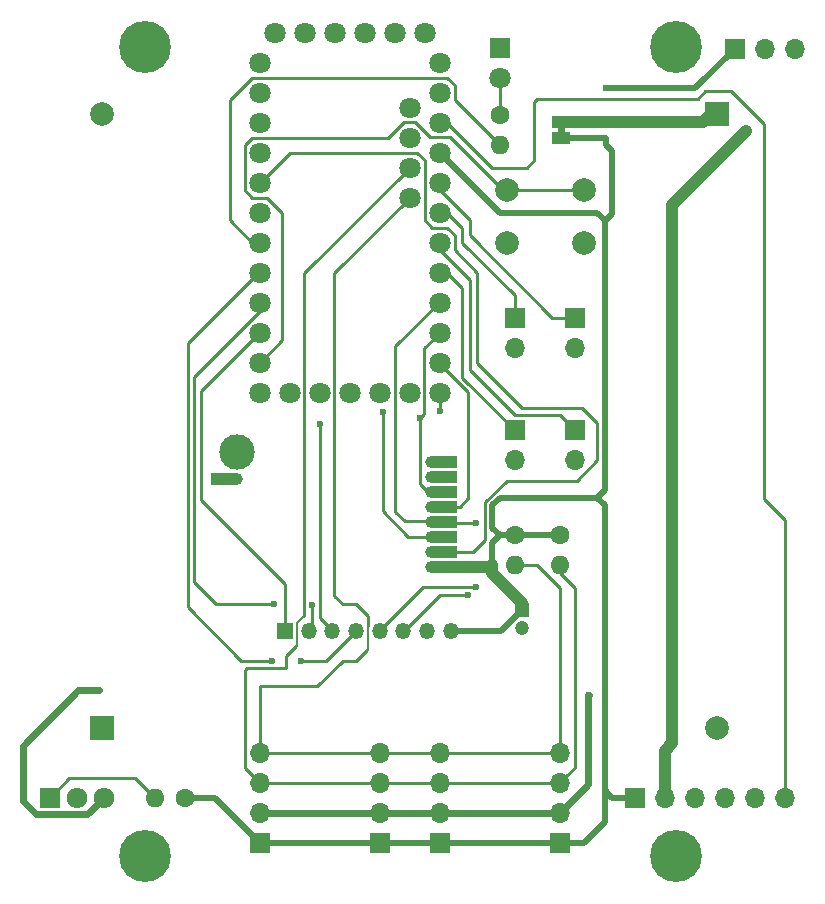
<source format=gbr>
%TF.GenerationSoftware,KiCad,Pcbnew,8.0.5-8.0.5-0~ubuntu22.04.1*%
%TF.CreationDate,2024-09-30T16:19:24+02:00*%
%TF.ProjectId,HB-UNI-SEN-BATT_E07-868MS10_FUEL4EP,48422d55-4e49-42d5-9345-4e2d42415454,1.3*%
%TF.SameCoordinates,Original*%
%TF.FileFunction,Copper,L1,Top*%
%TF.FilePolarity,Positive*%
%FSLAX46Y46*%
G04 Gerber Fmt 4.6, Leading zero omitted, Abs format (unit mm)*
G04 Created by KiCad (PCBNEW 8.0.5-8.0.5-0~ubuntu22.04.1) date 2024-09-30 16:19:24*
%MOMM*%
%LPD*%
G01*
G04 APERTURE LIST*
%TA.AperFunction,EtchedComponent*%
%ADD10C,0.000000*%
%TD*%
%TA.AperFunction,ComponentPad*%
%ADD11R,1.800000X1.800000*%
%TD*%
%TA.AperFunction,ComponentPad*%
%ADD12C,1.800000*%
%TD*%
%TA.AperFunction,ComponentPad*%
%ADD13R,1.700000X1.700000*%
%TD*%
%TA.AperFunction,ComponentPad*%
%ADD14O,1.700000X1.700000*%
%TD*%
%TA.AperFunction,ComponentPad*%
%ADD15C,2.000000*%
%TD*%
%TA.AperFunction,ComponentPad*%
%ADD16R,2.000000X2.000000*%
%TD*%
%TA.AperFunction,ComponentPad*%
%ADD17R,1.200000X1.200000*%
%TD*%
%TA.AperFunction,ComponentPad*%
%ADD18C,1.200000*%
%TD*%
%TA.AperFunction,ComponentPad*%
%ADD19C,1.600000*%
%TD*%
%TA.AperFunction,ComponentPad*%
%ADD20O,1.600000X1.600000*%
%TD*%
%TA.AperFunction,ComponentPad*%
%ADD21R,1.717500X1.800000*%
%TD*%
%TA.AperFunction,ComponentPad*%
%ADD22O,1.717500X1.800000*%
%TD*%
%TA.AperFunction,SMDPad,CuDef*%
%ADD23R,2.170000X1.000000*%
%TD*%
%TA.AperFunction,ComponentPad*%
%ADD24C,1.000000*%
%TD*%
%TA.AperFunction,ComponentPad*%
%ADD25C,3.000000*%
%TD*%
%TA.AperFunction,SMDPad,CuDef*%
%ADD26R,1.500000X1.000000*%
%TD*%
%TA.AperFunction,ComponentPad*%
%ADD27C,4.400000*%
%TD*%
%TA.AperFunction,ComponentPad*%
%ADD28C,0.700000*%
%TD*%
%TA.AperFunction,ComponentPad*%
%ADD29R,1.350000X1.350000*%
%TD*%
%TA.AperFunction,ComponentPad*%
%ADD30O,1.350000X1.350000*%
%TD*%
%TA.AperFunction,ViaPad*%
%ADD31C,0.600000*%
%TD*%
%TA.AperFunction,ViaPad*%
%ADD32C,1.000000*%
%TD*%
%TA.AperFunction,Conductor*%
%ADD33C,0.600000*%
%TD*%
%TA.AperFunction,Conductor*%
%ADD34C,0.250000*%
%TD*%
%TA.AperFunction,Conductor*%
%ADD35C,0.200000*%
%TD*%
%TA.AperFunction,Conductor*%
%ADD36C,0.500000*%
%TD*%
%TA.AperFunction,Conductor*%
%ADD37C,1.000000*%
%TD*%
G04 APERTURE END LIST*
D10*
%TA.AperFunction,EtchedComponent*%
%TO.C,JP2*%
G36*
X50557000Y64500000D02*
G01*
X49957000Y64500000D01*
X49957000Y65000000D01*
X50557000Y65000000D01*
X50557000Y64500000D01*
G37*
%TD.AperFunction*%
%TD*%
D11*
%TO.P,D1,1,K*%
%TO.N,GND*%
X45050000Y71720000D03*
D12*
%TO.P,D1,2,A*%
%TO.N,Net-(D1-A)*%
X45050000Y69180000D03*
%TD*%
D13*
%TO.P,J1,1,Pin_1*%
%TO.N,/A0*%
X46320000Y39335000D03*
D14*
%TO.P,J1,2,Pin_2*%
%TO.N,GND*%
X46320000Y36795000D03*
%TD*%
D13*
%TO.P,J2,1,Pin_1*%
%TO.N,/A1*%
X51400000Y39335000D03*
D14*
%TO.P,J2,2,Pin_2*%
%TO.N,GND*%
X51400000Y36795000D03*
%TD*%
D13*
%TO.P,J7,1,Pin_1*%
%TO.N,VCC*%
X34890000Y4410000D03*
D14*
%TO.P,J7,2,Pin_2*%
%TO.N,GND*%
X34890000Y6950000D03*
%TO.P,J7,3,Pin_3*%
%TO.N,/SCL*%
X34890000Y9490000D03*
%TO.P,J7,4,Pin_4*%
%TO.N,/SDA*%
X34890000Y12030000D03*
%TD*%
D15*
%TO.P,BT1,2,-*%
%TO.N,/conBAT*%
X63490000Y14150000D03*
D16*
%TO.P,BT1,1,+*%
%TO.N,/plusBAT*%
X63490000Y66140000D03*
%TD*%
D13*
%TO.P,J3,1,Pin_1*%
%TO.N,/A2*%
X46320000Y48860000D03*
D14*
%TO.P,J3,2,Pin_2*%
%TO.N,GND*%
X46320000Y46320000D03*
%TD*%
D13*
%TO.P,J4,1,Pin_1*%
%TO.N,/A3*%
X51400000Y48860000D03*
D14*
%TO.P,J4,2,Pin_2*%
%TO.N,GND*%
X51400000Y46320000D03*
%TD*%
D13*
%TO.P,J5,1,Pin_1*%
%TO.N,VCC*%
X56480000Y8220000D03*
D14*
%TO.P,J5,2,Pin_2*%
%TO.N,/minusBAT*%
X59020000Y8220000D03*
%TO.P,J5,3,Pin_3*%
%TO.N,/MOSI*%
X61560000Y8220000D03*
%TO.P,J5,4,Pin_4*%
%TO.N,/SCK*%
X64100000Y8220000D03*
%TO.P,J5,5,Pin_5*%
%TO.N,/MISO*%
X66640000Y8220000D03*
%TO.P,J5,6,Pin_6*%
%TO.N,/RSET*%
X69180000Y8220000D03*
%TD*%
D13*
%TO.P,J6,1,Pin_1*%
%TO.N,VCC*%
X24730000Y4410000D03*
D14*
%TO.P,J6,2,Pin_2*%
%TO.N,GND*%
X24730000Y6950000D03*
%TO.P,J6,3,Pin_3*%
%TO.N,/SCL*%
X24730000Y9490000D03*
%TO.P,J6,4,Pin_4*%
%TO.N,/SDA*%
X24730000Y12030000D03*
%TD*%
D17*
%TO.P,C1,1*%
%TO.N,VCC*%
X46955000Y24095000D03*
D18*
%TO.P,C1,2*%
%TO.N,GND*%
X46955000Y22595000D03*
%TD*%
D19*
%TO.P,R4,1*%
%TO.N,VCC*%
X50130000Y30445000D03*
D20*
%TO.P,R4,2*%
%TO.N,/SCL*%
X50130000Y27905000D03*
%TD*%
D19*
%TO.P,R5,1*%
%TO.N,VCC*%
X46320000Y30445000D03*
D20*
%TO.P,R5,2*%
%TO.N,/SDA*%
X46320000Y27905000D03*
%TD*%
D19*
%TO.P,R1,1*%
%TO.N,Net-(D1-A)*%
X45050000Y66005000D03*
D20*
%TO.P,R1,2*%
%TO.N,Net-(Module2-PD4_4)*%
X45050000Y63465000D03*
%TD*%
D19*
%TO.P,R3,1*%
%TO.N,VCC*%
X18380000Y8220000D03*
D20*
%TO.P,R3,2*%
%TO.N,Net-(Q1-G)*%
X15840000Y8220000D03*
%TD*%
D21*
%TO.P,Q1,1,G*%
%TO.N,Net-(Q1-G)*%
X6950000Y8220000D03*
D22*
%TO.P,Q1,2,D*%
%TO.N,/minusBAT*%
X9240000Y8220000D03*
%TO.P,Q1,3,S*%
%TO.N,GND*%
X11530000Y8220000D03*
%TD*%
D13*
%TO.P,J9,1,Pin_1*%
%TO.N,VCC*%
X50130000Y4410000D03*
D14*
%TO.P,J9,2,Pin_2*%
%TO.N,GND*%
X50130000Y6950000D03*
%TO.P,J9,3,Pin_3*%
%TO.N,/SCL*%
X50130000Y9490000D03*
%TO.P,J9,4,Pin_4*%
%TO.N,/SDA*%
X50130000Y12030000D03*
%TD*%
D13*
%TO.P,J10,1,Pin_1*%
%TO.N,VCC*%
X64989000Y71656500D03*
D14*
%TO.P,J10,2,Pin_2*%
%TO.N,/plusBAT*%
X67529000Y71656500D03*
%TO.P,J10,3,Pin_3*%
%TO.N,/minusBAT*%
X70069000Y71656500D03*
%TD*%
D12*
%TO.P,Module2,1E,VCC*%
%TO.N,unconnected-(Module2-VCC-Pad1E)*%
X37430000Y66640000D03*
%TO.P,Module2,2E,GND*%
%TO.N,GND*%
X37430000Y64100000D03*
%TO.P,Module2,4B,PB1/T1*%
%TO.N,unconnected-(Module2-PB1{slash}T1-Pad4B)*%
X34890000Y42510000D03*
%TO.P,Module2,5B,PB0/T0*%
%TO.N,unconnected-(Module2-PB0{slash}T0-Pad5B)*%
X37430000Y42510000D03*
%TO.P,Module2,12A,PB4/~{SS}*%
%TO.N,/SS*%
X39970000Y42510000D03*
%TO.P,Module2,11A,PB5/MOSI*%
%TO.N,/MOSI*%
X39970000Y45050000D03*
%TO.P,Module2,10A,PB6/MISO*%
%TO.N,/MISO*%
X39970000Y47590000D03*
%TO.P,Module2,9A,PB7/SCK*%
%TO.N,/SCK*%
X39970000Y50130000D03*
%TO.P,Module2,8A,PA0/A0*%
%TO.N,/A0*%
X39970000Y52670000D03*
%TO.P,Module2,7A,PA1/A1*%
%TO.N,/A1*%
X39970000Y55210000D03*
%TO.P,Module2,6A,PB3/A2*%
%TO.N,/A2*%
X39970000Y57750000D03*
%TO.P,Module2,5A,PB2/A3*%
%TO.N,/A3*%
X39970000Y60290000D03*
%TO.P,Module2,4A,VCC*%
%TO.N,VCC*%
X39970000Y62830000D03*
%TO.P,Module2,3A,RST*%
%TO.N,/RSET*%
X39970000Y65370000D03*
%TO.P,Module2,2A,GND*%
%TO.N,GND*%
X39970000Y67910000D03*
%TO.P,Module2,1A,VCC*%
%TO.N,unconnected-(Module2-VCC-Pad1A)*%
X39970000Y70450000D03*
%TO.P,Module2,1C,PD1/TXD0*%
%TO.N,unconnected-(Module2-PD1{slash}TXD0-Pad1C)*%
X24730000Y70450000D03*
%TO.P,Module2,2C,PD0/RXD0*%
%TO.N,unconnected-(Module2-PD0{slash}RXD0-Pad2C)*%
X24730000Y67910000D03*
%TO.P,Module2,3C,RST*%
%TO.N,unconnected-(Module2-RST-Pad3C)*%
X24730000Y65370000D03*
%TO.P,Module2,4C,GND*%
%TO.N,GND*%
X24730000Y62830000D03*
%TO.P,Module2,5C,PD2_2*%
%TO.N,/D2*%
X24730000Y60290000D03*
%TO.P,Module2,6C,PD3_3*%
%TO.N,unconnected-(Module2-PD3_3-Pad6C)*%
X24730000Y57750000D03*
%TO.P,Module2,7C,PD4_4*%
%TO.N,Net-(Module2-PD4_4)*%
X24730000Y55210000D03*
%TO.P,Module2,8C,PD5_5*%
%TO.N,/D5*%
X24730000Y52670000D03*
%TO.P,Module2,9C,PD6_6*%
%TO.N,/D6*%
X24730000Y50130000D03*
%TO.P,Module2,10C,PD7_7*%
%TO.N,/D7*%
X24730000Y47590000D03*
%TO.P,Module2,11C,PC6_8L*%
%TO.N,/CONFIG*%
X24730000Y45050000D03*
%TO.P,Module2,12C,PC3_9/TMS*%
%TO.N,unconnected-(Module2-PC3_9{slash}TMS-Pad12C)*%
X24730000Y42510000D03*
%TO.P,Module2,4E,PC1/SDA*%
%TO.N,/SDA*%
X37430000Y59020000D03*
%TO.P,Module2,3E,PC0/SCL*%
%TO.N,/SCL*%
X37430000Y61560000D03*
%TO.P,Module2,3B,PC5/TDI*%
%TO.N,unconnected-(Module2-PC5{slash}TDI-Pad3B)*%
X32350000Y42510000D03*
%TO.P,Module2,2B,PC4/TD0*%
%TO.N,unconnected-(Module2-PC4{slash}TD0-Pad2B)*%
X29810000Y42510000D03*
%TO.P,Module2,1B,PC2/TCK*%
%TO.N,unconnected-(Module2-PC2{slash}TCK-Pad1B)*%
X27270000Y42510000D03*
%TO.P,Module2,1D,DTR*%
%TO.N,unconnected-(Module2-DTR-Pad1D)*%
X26000000Y72990000D03*
%TO.P,Module2,2D,PD1/TXD0*%
%TO.N,unconnected-(Module2-PD1{slash}TXD0-Pad2D)*%
X28540000Y72990000D03*
%TO.P,Module2,3D,PD0/RXD0*%
%TO.N,unconnected-(Module2-PD0{slash}RXD0-Pad3D)*%
X31080000Y72990000D03*
%TO.P,Module2,4D,VCC*%
%TO.N,unconnected-(Module2-VCC-Pad4D)*%
X33620000Y72990000D03*
%TO.P,Module2,5D,GND*%
%TO.N,unconnected-(Module2-GND-Pad5D)*%
X36160000Y72990000D03*
%TO.P,Module2,6D,GND*%
%TO.N,unconnected-(Module2-GND-Pad6D)*%
X38700000Y72990000D03*
%TD*%
D23*
%TO.P,Module1,1A,GND*%
%TO.N,GND*%
X21715000Y35250000D03*
D24*
X22800000Y35250000D03*
D23*
%TO.P,Module1,1C,VCC*%
%TO.N,VCC*%
X40345000Y27800000D03*
D24*
X39260000Y27800000D03*
D25*
%TO.P,Module1,2A,ANT*%
%TO.N,unconnected-(Module1-ANT-Pad2A)*%
X22800000Y37530000D03*
D23*
%TO.P,Module1,2C,GDO0*%
%TO.N,/D2*%
X40345000Y29070000D03*
D24*
X39260000Y29070000D03*
%TO.P,Module1,3C,~{CSN}*%
%TO.N,/SS*%
X39260000Y30340000D03*
D23*
X40345000Y30340000D03*
%TO.P,Module1,4C,SCK*%
%TO.N,/SCK*%
X40345000Y31610000D03*
D24*
X39260000Y31610000D03*
D23*
%TO.P,Module1,5C,MOSI*%
%TO.N,/MOSI*%
X40345000Y32880000D03*
D24*
X39260000Y32880000D03*
D23*
%TO.P,Module1,6C,MISO/GDO1*%
%TO.N,/MISO*%
X40345000Y34150000D03*
D24*
X39260000Y34150000D03*
D23*
%TO.P,Module1,7C,GDO2*%
%TO.N,unconnected-(Module1-GDO2-Pad7C)*%
X40345000Y35420000D03*
D24*
X39260000Y35420000D03*
D23*
%TO.P,Module1,8C,GND*%
%TO.N,GND*%
X40345000Y36690000D03*
D24*
X39260000Y36690000D03*
%TD*%
D26*
%TO.P,JP2,1,A*%
%TO.N,/plusBAT*%
X50257000Y65400000D03*
%TO.P,JP2,2,B*%
%TO.N,VCC*%
X50257000Y64100000D03*
%TD*%
D15*
%TO.P,SW1,1*%
%TO.N,/CONFIG*%
X45685000Y59655000D03*
X52185000Y59655000D03*
%TO.P,SW1,2*%
%TO.N,GND*%
X45685000Y55155000D03*
X52185000Y55155000D03*
%TD*%
D13*
%TO.P,J8,1,Pin_1*%
%TO.N,VCC*%
X39970000Y4410000D03*
D14*
%TO.P,J8,2,Pin_2*%
%TO.N,GND*%
X39970000Y6950000D03*
%TO.P,J8,3,Pin_3*%
%TO.N,/SCL*%
X39970000Y9490000D03*
%TO.P,J8,4,Pin_4*%
%TO.N,/SDA*%
X39970000Y12030000D03*
%TD*%
D27*
%TO.P,H2,1*%
%TO.N,N/C*%
X60000000Y71750000D03*
D28*
X61800000Y71750000D03*
X61272800Y70477200D03*
X60000000Y69950000D03*
X58727200Y70477200D03*
X58200000Y71750000D03*
X58727200Y73022800D03*
X60000000Y73550000D03*
X61272800Y73022800D03*
%TD*%
D27*
%TO.P,H4,1*%
%TO.N,N/C*%
X60000000Y3250000D03*
D28*
X61800000Y3250000D03*
X61272800Y1977200D03*
X60000000Y1450000D03*
X58727200Y1977200D03*
X58200000Y3250000D03*
X58727200Y4522800D03*
X60000000Y5050000D03*
X61272800Y4522800D03*
%TD*%
D27*
%TO.P,H1,1*%
%TO.N,N/C*%
X15000000Y71750000D03*
D28*
X16800000Y71750000D03*
X16272800Y70477200D03*
X15000000Y69950000D03*
X13727200Y70477200D03*
X13200000Y71750000D03*
X13727200Y73022800D03*
X15000000Y73550000D03*
X16272800Y73022800D03*
%TD*%
D27*
%TO.P,H3,1*%
%TO.N,N/C*%
X15000000Y3250000D03*
D28*
X16800000Y3250000D03*
X16272800Y1977200D03*
X15000000Y1450000D03*
X13727200Y1977200D03*
X13200000Y3250000D03*
X13727200Y4522800D03*
X15000000Y5050000D03*
X16272800Y4522800D03*
%TD*%
D29*
%TO.P,J11,1,Pin_1*%
%TO.N,/D7*%
X26901700Y22329700D03*
D30*
%TO.P,J11,2,Pin_2*%
%TO.N,/D6*%
X28901700Y22329700D03*
%TO.P,J11,3,Pin_3*%
%TO.N,/MISO*%
X30901700Y22329700D03*
%TO.P,J11,4,Pin_4*%
%TO.N,/D5*%
X32901700Y22329700D03*
%TO.P,J11,5,Pin_5*%
%TO.N,/SCK*%
X34901700Y22329700D03*
%TO.P,J11,6,Pin_6*%
%TO.N,/MOSI*%
X36901700Y22329700D03*
%TO.P,J11,7,Pin_7*%
%TO.N,GND*%
X38901700Y22329700D03*
%TO.P,J11,8,Pin_8*%
%TO.N,VCC*%
X40901700Y22329700D03*
%TD*%
D15*
%TO.P,BT2,2,-*%
%TO.N,/minusBAT*%
X11420000Y66090000D03*
D16*
%TO.P,BT2,1,+*%
%TO.N,/conBAT*%
X11420000Y14100000D03*
%TD*%
D31*
%TO.N,GND*%
X52619200Y16957600D03*
X11166400Y17313200D03*
%TO.N,/SS*%
X39970000Y40986002D03*
X35144000Y40922486D03*
%TO.N,/MOSI*%
X42340000Y25370000D03*
%TO.N,/SCK*%
X43070000Y26040000D03*
X43070000Y31510000D03*
%TO.N,/MISO*%
X38318999Y40350999D03*
X29873500Y39906500D03*
%TO.N,VCC*%
X54067000Y63655500D03*
X54067000Y68354500D03*
D32*
%TO.N,/minusBAT*%
X65954200Y64701360D03*
D31*
%TO.N,/D5*%
X25750000Y19810000D03*
X28200000Y19810000D03*
%TO.N,/D6*%
X29149600Y24577600D03*
X25936500Y24628400D03*
%TD*%
D33*
%TO.N,GND*%
X50130000Y6950000D02*
X52568400Y9388400D01*
X39970000Y6950000D02*
X50130000Y6950000D01*
X52568400Y16906800D02*
X52619200Y16957600D01*
X5810000Y6820000D02*
X4714800Y7915200D01*
X52568400Y9388400D02*
X52568400Y16906800D01*
X9388400Y17313200D02*
X11166400Y17313200D01*
X34890000Y6950000D02*
X39970000Y6950000D01*
X11530000Y8220000D02*
X10130000Y6820000D01*
X24730000Y6950000D02*
X34890000Y6950000D01*
X4714800Y12639600D02*
X9388400Y17313200D01*
X4714800Y7915200D02*
X4714800Y12639600D01*
X10130000Y6820000D02*
X5810000Y6820000D01*
D34*
%TO.N,Net-(D1-A)*%
X45050000Y66005000D02*
X45050000Y69180000D01*
%TO.N,/SS*%
X39970000Y42510000D02*
X39970000Y40986002D01*
X37330000Y30340000D02*
X35144000Y32526000D01*
X39260000Y30340000D02*
X37330000Y30340000D01*
X35144000Y32526000D02*
X35144000Y40922486D01*
%TO.N,/D2*%
X40605000Y56480000D02*
X39335000Y56480000D01*
X38700000Y57115000D02*
X38700000Y62195000D01*
X38700000Y62195000D02*
X38065000Y62830000D01*
X27270000Y62830000D02*
X24730000Y60290000D01*
X41240000Y55845000D02*
X40605000Y56480000D01*
X41240000Y54575000D02*
X43145000Y52670000D01*
X51565000Y35055000D02*
X53305000Y36795000D01*
X53305000Y36795000D02*
X53305000Y39970000D01*
X43145000Y45050000D02*
X46955000Y41240000D01*
X46955000Y41240000D02*
X52035000Y41240000D01*
X52035000Y41240000D02*
X53305000Y39970000D01*
X45671814Y35055000D02*
X43840000Y33223186D01*
X42831814Y29040000D02*
X43840000Y30048186D01*
X38065000Y62830000D02*
X27270000Y62830000D01*
X45671814Y35055000D02*
X51565000Y35055000D01*
X39335000Y56480000D02*
X38700000Y57115000D01*
X43840000Y33223186D02*
X43840000Y30048186D01*
X40740000Y29040000D02*
X42831814Y29040000D01*
X41240000Y55845000D02*
X41240000Y54575000D01*
X43145000Y52670000D02*
X43145000Y45050000D01*
%TO.N,/SCL*%
X34890000Y9490000D02*
X39970000Y9490000D01*
X39970000Y9490000D02*
X50130000Y9490000D01*
X51400000Y26000000D02*
X51400000Y10760000D01*
X50130000Y27270000D02*
X51400000Y26000000D01*
X50765000Y10125000D02*
X51400000Y10760000D01*
X26982799Y19184999D02*
X27003300Y19205500D01*
X28495001Y52625001D02*
X28495001Y23604001D01*
X27003300Y19205500D02*
X27003300Y20234200D01*
D35*
X27876701Y22985701D02*
X27876701Y21044101D01*
D34*
X23460000Y10760000D02*
X23460000Y19015000D01*
X27003300Y20234200D02*
X27813201Y21044101D01*
D35*
X28495001Y23604001D02*
X27876701Y22985701D01*
D34*
X24730000Y9490000D02*
X34890000Y9490000D01*
X24730000Y9490000D02*
X23460000Y10760000D01*
X50130000Y9490000D02*
X50765000Y10125000D01*
X23629999Y19184999D02*
X26982799Y19184999D01*
X37430000Y61560000D02*
X28495001Y52625001D01*
X23460000Y19015000D02*
X23629999Y19184999D01*
%TO.N,/SDA*%
X39970000Y12030000D02*
X50130000Y12030000D01*
X48225000Y27905000D02*
X50130000Y26000000D01*
X34890000Y12030000D02*
X39970000Y12030000D01*
X33876701Y22797701D02*
X33876701Y23622399D01*
X24730000Y12030000D02*
X34890000Y12030000D01*
X32909099Y24590001D02*
X31765001Y24590001D01*
X24730000Y17690000D02*
X24730000Y12030000D01*
X31765001Y24590001D02*
X31035001Y25320001D01*
X32893301Y19825001D02*
X33823200Y20754900D01*
X29630000Y17690000D02*
X24730000Y17690000D01*
X31765001Y19825001D02*
X32893301Y19825001D01*
X46320000Y27905000D02*
X48225000Y27905000D01*
X31035001Y25320001D02*
X31035001Y52625001D01*
X50130000Y12030000D02*
X50130000Y26000000D01*
X33876701Y23622399D02*
X32909099Y24590001D01*
D35*
X33876701Y22797701D02*
X33876701Y20808401D01*
X33876701Y20808401D02*
X33823200Y20754900D01*
D34*
X31765001Y19825001D02*
X29630000Y17690000D01*
X31035001Y52625001D02*
X37430000Y59020000D01*
%TO.N,/A0*%
X41875000Y43780000D02*
X46320000Y39335000D01*
X41875000Y51400000D02*
X41875000Y43780000D01*
X41875000Y51400000D02*
X40605000Y52670000D01*
%TO.N,/A1*%
X42510000Y44415000D02*
X46320000Y40605000D01*
X46320000Y40605000D02*
X50130000Y40605000D01*
X50130000Y40605000D02*
X51400000Y39335000D01*
X42510000Y52035000D02*
X39970000Y54575000D01*
X42510000Y52035000D02*
X42510000Y44415000D01*
%TO.N,/A2*%
X41875000Y55210000D02*
X46320000Y50765000D01*
X46320000Y50765000D02*
X46320000Y48860000D01*
X40605000Y57750000D02*
X41875000Y56480000D01*
X41875000Y56480000D02*
X41875000Y55210000D01*
%TO.N,/A3*%
X42510000Y57115000D02*
X39970000Y59655000D01*
X42510000Y55845000D02*
X49495000Y48860000D01*
X49495000Y48860000D02*
X51400000Y48860000D01*
X42510000Y57115000D02*
X42510000Y55845000D01*
%TO.N,/MOSI*%
X39975000Y25370000D02*
X36960100Y22355100D01*
X42340000Y25370000D02*
X39975000Y25370000D01*
X40345000Y32880000D02*
X41680000Y32880000D01*
X42410000Y33610000D02*
X42410000Y42608590D01*
X42410000Y42608590D02*
X39960000Y45058590D01*
X41680000Y32880000D02*
X42410000Y33610000D01*
%TO.N,/SCK*%
X37030000Y31630000D02*
X39240000Y31630000D01*
X43070000Y26040000D02*
X38625700Y26040000D01*
X43070000Y31510000D02*
X41050000Y31510000D01*
X38625700Y26040000D02*
X38524100Y26040000D01*
X36204999Y32455001D02*
X37030000Y31630000D01*
X36204999Y46454999D02*
X36204999Y32455001D01*
X38524100Y26040000D02*
X34991600Y22507500D01*
X36204999Y46454999D02*
X39880000Y50130000D01*
%TO.N,/MISO*%
X30965700Y22342400D02*
X29873500Y23434600D01*
X38318999Y34791001D02*
X38318999Y40350999D01*
X29873500Y23434600D02*
X29873500Y39906500D01*
X39970000Y47590000D02*
X38668999Y46288999D01*
X39010000Y34100000D02*
X38318999Y34791001D01*
X38668999Y46288999D02*
X38668999Y40700999D01*
X38668999Y40700999D02*
X38318999Y40350999D01*
%TO.N,/RSET*%
X64671500Y68037000D02*
X62449000Y68037000D01*
X69180000Y8220000D02*
X69180000Y31753100D01*
X61814000Y67402000D02*
X48225000Y67402000D01*
X47336000Y61560000D02*
X44415000Y61560000D01*
X67402000Y65306500D02*
X64671500Y68037000D01*
X48225000Y67402000D02*
X47971000Y67148000D01*
X47971000Y62195000D02*
X47336000Y61560000D01*
X67402000Y33531100D02*
X67402000Y65306500D01*
X62449000Y68037000D02*
X61814000Y67402000D01*
X69180000Y31753100D02*
X67402000Y33531100D01*
X44415000Y61560000D02*
X40605000Y65370000D01*
X47971000Y67148000D02*
X47971000Y62195000D01*
%TO.N,Net-(Q1-G)*%
X14189000Y9871000D02*
X8601000Y9871000D01*
X15840000Y8220000D02*
X14189000Y9871000D01*
X8601000Y9871000D02*
X6950000Y8220000D01*
D36*
%TO.N,VCC*%
X34890000Y4410000D02*
X39970000Y4410000D01*
X39970000Y4410000D02*
X50130000Y4410000D01*
X44415000Y32985000D02*
X45050000Y33620000D01*
X45050000Y33620000D02*
X53305000Y33620000D01*
X53940000Y8855000D02*
X53940000Y32985000D01*
X44415000Y31080000D02*
X44415000Y32985000D01*
X44415000Y31080000D02*
X45050000Y30445000D01*
X45050000Y30445000D02*
X44415000Y29810000D01*
X44415000Y29810000D02*
X44415000Y27905000D01*
X20920000Y8220000D02*
X24730000Y4410000D01*
X45050000Y57750000D02*
X39970000Y62830000D01*
X53940000Y57115000D02*
X53305000Y57750000D01*
X45050000Y57750000D02*
X53305000Y57750000D01*
X54575000Y8220000D02*
X56480000Y8220000D01*
D37*
X44415000Y27270000D02*
X44415000Y27905000D01*
D36*
X46955000Y24730000D02*
X46955000Y24095000D01*
X54067000Y64100000D02*
X54067000Y63655500D01*
X52160000Y4410000D02*
X50130000Y4410000D01*
X53940000Y57040000D02*
X53940000Y57115000D01*
X61623500Y68291000D02*
X54067000Y68291000D01*
X53305000Y33620000D02*
X53940000Y32985000D01*
X18380000Y8220000D02*
X20920000Y8220000D01*
X53940000Y6190000D02*
X52160000Y4410000D01*
D37*
X40345000Y27800000D02*
X44310000Y27800000D01*
D36*
X40901700Y22329700D02*
X45189700Y22329700D01*
X44310000Y27800000D02*
X44415000Y27905000D01*
X64989000Y71656500D02*
X61623500Y68291000D01*
X24730000Y4410000D02*
X34890000Y4410000D01*
X54067000Y68291000D02*
X54067000Y68354500D01*
X45050000Y30445000D02*
X46320000Y30445000D01*
X54575000Y57675000D02*
X53940000Y57040000D01*
X54575000Y63020500D02*
X54575000Y57675000D01*
X53940000Y8855000D02*
X53940000Y6190000D01*
X53940000Y34255000D02*
X53940000Y57040000D01*
X45189700Y22329700D02*
X46955000Y24095000D01*
X53940000Y8855000D02*
X54575000Y8220000D01*
X54067000Y63528500D02*
X54575000Y63020500D01*
X54067000Y64100000D02*
X54067000Y63528500D01*
X46320000Y30445000D02*
X50130000Y30445000D01*
X50257000Y64100000D02*
X54067000Y64100000D01*
D37*
X44415000Y27270000D02*
X46955000Y24730000D01*
D36*
X53305000Y33620000D02*
X53940000Y34255000D01*
D34*
%TO.N,Net-(Module2-PD4_4)*%
X41240000Y68545000D02*
X40605000Y69180000D01*
X45050000Y63465000D02*
X41240000Y67275000D01*
X24095000Y69180000D02*
X22190000Y67275000D01*
X40605000Y69180000D02*
X24095000Y69180000D01*
X22190000Y57115000D02*
X24095000Y55210000D01*
X41240000Y67275000D02*
X41240000Y68545000D01*
X22190000Y67275000D02*
X22190000Y57115000D01*
D37*
%TO.N,/minusBAT*%
X59667700Y58414860D02*
X65954200Y64701360D01*
X59020000Y8220000D02*
X59020000Y12196002D01*
X59667700Y12843702D02*
X59667700Y58414860D01*
X59020000Y12196002D02*
X59667700Y12843702D01*
%TO.N,/plusBAT*%
X50257000Y65400000D02*
X62300000Y65400000D01*
X62300000Y65400000D02*
X63500000Y66600000D01*
D34*
%TO.N,/D5*%
X25750000Y19810000D02*
X23184998Y19810000D01*
X18634000Y46684000D02*
X24750000Y52800000D01*
X30351000Y19810000D02*
X32858000Y22317000D01*
X28200000Y19810000D02*
X30351000Y19810000D01*
X23184998Y19810000D02*
X18634000Y24360998D01*
X18634000Y24360998D02*
X18634000Y46684000D01*
%TO.N,/D6*%
X25936500Y24628400D02*
X21034300Y24628400D01*
X19205500Y43878502D02*
X24900000Y49573002D01*
X19205500Y26457200D02*
X19205500Y43878502D01*
X21034300Y24628400D02*
X19205500Y26457200D01*
X29149600Y22577600D02*
X29149600Y24577600D01*
%TO.N,/D7*%
X19777000Y42657000D02*
X24740000Y47620000D01*
X26876300Y26303700D02*
X19777000Y33403000D01*
X19777000Y33403000D02*
X19777000Y42657000D01*
X26876300Y22380500D02*
X26876300Y26303700D01*
%TO.N,/CONFIG*%
X37928003Y65414999D02*
X36931997Y65414999D01*
X23460000Y59655000D02*
X23460000Y63465000D01*
X24095000Y64100000D02*
X35616998Y64100000D01*
X23460000Y63465000D02*
X24095000Y64100000D01*
X24095000Y59020000D02*
X23460000Y59655000D01*
X36931997Y65414999D02*
X35616998Y64100000D01*
X45685000Y59655000D02*
X52185000Y59655000D01*
X26635000Y57750000D02*
X25365000Y59020000D01*
X26635000Y46955000D02*
X26635000Y57750000D01*
X24730000Y45050000D02*
X26635000Y46955000D01*
X45345000Y59655000D02*
X40855001Y64144999D01*
X25365000Y59020000D02*
X24095000Y59020000D01*
X39198003Y64144999D02*
X37928003Y65414999D01*
X40855001Y64144999D02*
X39198003Y64144999D01*
%TD*%
M02*

</source>
